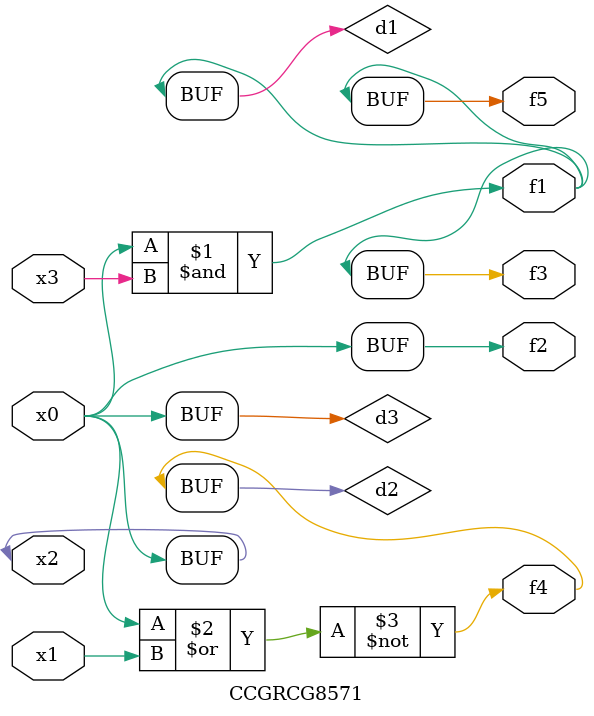
<source format=v>
module CCGRCG8571(
	input x0, x1, x2, x3,
	output f1, f2, f3, f4, f5
);

	wire d1, d2, d3;

	and (d1, x2, x3);
	nor (d2, x0, x1);
	buf (d3, x0, x2);
	assign f1 = d1;
	assign f2 = d3;
	assign f3 = d1;
	assign f4 = d2;
	assign f5 = d1;
endmodule

</source>
